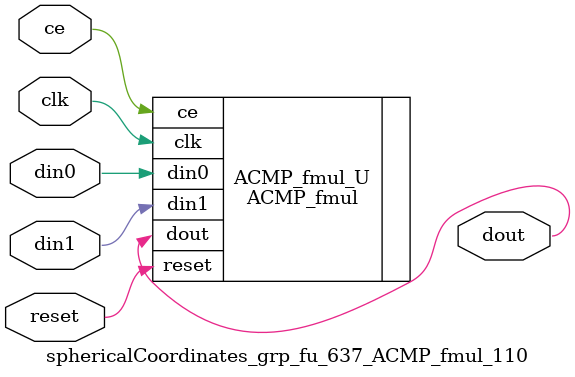
<source format=v>

`timescale 1 ns / 1 ps
module sphericalCoordinates_grp_fu_637_ACMP_fmul_110(
    clk,
    reset,
    ce,
    din0,
    din1,
    dout);

parameter ID = 32'd1;
parameter NUM_STAGE = 32'd1;
parameter din0_WIDTH = 32'd1;
parameter din1_WIDTH = 32'd1;
parameter dout_WIDTH = 32'd1;
input clk;
input reset;
input ce;
input[din0_WIDTH - 1:0] din0;
input[din1_WIDTH - 1:0] din1;
output[dout_WIDTH - 1:0] dout;



ACMP_fmul #(
.ID( ID ),
.NUM_STAGE( 4 ),
.din0_WIDTH( din0_WIDTH ),
.din1_WIDTH( din1_WIDTH ),
.dout_WIDTH( dout_WIDTH ))
ACMP_fmul_U(
    .clk( clk ),
    .reset( reset ),
    .ce( ce ),
    .din0( din0 ),
    .din1( din1 ),
    .dout( dout ));

endmodule

</source>
